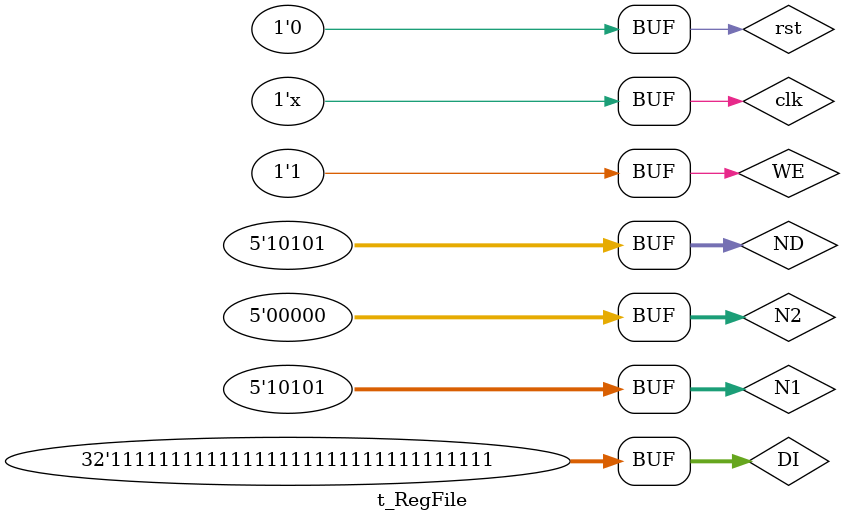
<source format=v>
`timescale 1ns / 1ps


module t_RegFile();
    reg clk, rst, WE;
    reg [4 : 0] N1;
    reg [4 : 0] N2;
    reg [4 : 0] ND;
    reg [31 : 0] DI;
    wire [31 : 0] Q1;
    wire [31 : 0] Q2;
    RegFile regfile(clk, rst, WE, N1, N2, ND, DI, Q1, Q2);
    always #10 clk = ~clk;
    initial begin
        clk = 0; rst = 1; WE = 0; N1 = 5'b00000; N2 = 5'b00000; 
        #20 rst = 0; 
        #20 ND = 5'b10101; DI = 32'hffffffff;
        #20 WE = 1;
        #20 N1 = 5'b10101; 
    end
endmodule

</source>
